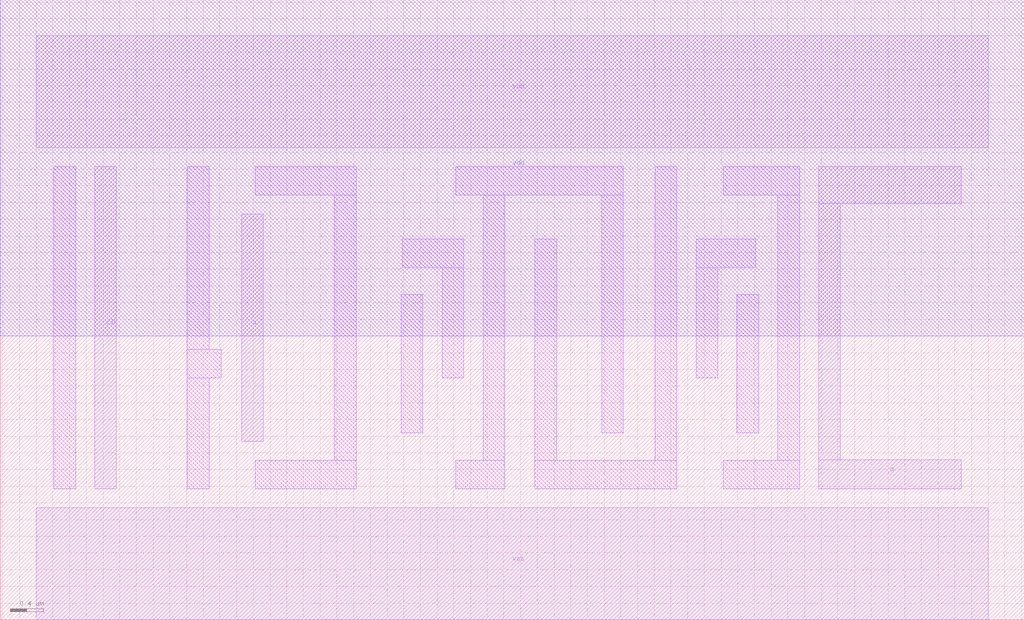
<source format=lef>
VERSION 5.7 ;
  NOWIREEXTENSIONATPIN ON ;
  DIVIDERCHAR "/" ;
  BUSBITCHARS "[]" ;
MACRO dff_x1
  CLASS BLOCK ;
  FOREIGN dff_x1 ;
  ORIGIN 0.430 0.000 ;
  SIZE 12.260 BY 7.430 ;
  PIN vdd
    ANTENNADIFFAREA 6.117400 ;
    PORT
      LAYER Nwell ;
        RECT -0.430 3.400 11.830 7.430 ;
      LAYER Metal1 ;
        RECT 0.000 5.660 11.400 7.000 ;
    END
  END vdd
  PIN vss
    ANTENNADIFFAREA 6.029400 ;
    PORT
      LAYER Metal1 ;
        RECT 0.000 0.000 11.400 1.340 ;
    END
  END vss
  PIN clk
    ANTENNAGATEAREA 0.492800 ;
    PORT
      LAYER Metal1 ;
        RECT 0.700 1.570 0.960 5.430 ;
    END
  END clk
  PIN i
    ANTENNAGATEAREA 0.492800 ;
    PORT
      LAYER Metal1 ;
        RECT 2.460 2.140 2.720 4.860 ;
    END
  END i
  PIN q
    ANTENNAGATEAREA 0.492800 ;
    ANTENNADIFFAREA 0.866800 ;
    PORT
      LAYER Metal1 ;
        RECT 9.370 4.985 11.075 5.430 ;
        RECT 9.370 1.915 9.630 4.985 ;
        RECT 9.370 1.570 11.075 1.915 ;
    END
  END q
  OBS
      LAYER Metal1 ;
        RECT 0.210 1.570 0.470 5.430 ;
        RECT 1.810 3.240 2.070 5.430 ;
        RECT 2.625 5.090 3.830 5.430 ;
        RECT 5.025 5.090 7.030 5.430 ;
        RECT 1.810 2.900 2.215 3.240 ;
        RECT 1.810 1.570 2.070 2.900 ;
        RECT 3.570 1.910 3.830 5.090 ;
        RECT 4.385 4.220 5.120 4.560 ;
        RECT 4.370 2.240 4.630 3.900 ;
        RECT 4.860 2.900 5.120 4.220 ;
        RECT 5.350 1.910 5.610 5.090 ;
        RECT 2.625 1.570 3.830 1.910 ;
        RECT 5.025 1.570 5.610 1.910 ;
        RECT 5.970 1.910 6.230 4.560 ;
        RECT 6.770 2.240 7.030 5.090 ;
        RECT 7.410 1.910 7.670 5.430 ;
        RECT 8.225 5.090 9.140 5.430 ;
        RECT 7.900 4.220 8.615 4.560 ;
        RECT 7.900 2.900 8.160 4.220 ;
        RECT 8.390 2.240 8.650 3.900 ;
        RECT 8.880 1.910 9.140 5.090 ;
        RECT 5.970 1.570 7.670 1.910 ;
        RECT 8.225 1.570 9.140 1.910 ;
  END
END dff_x1
END LIBRARY


</source>
